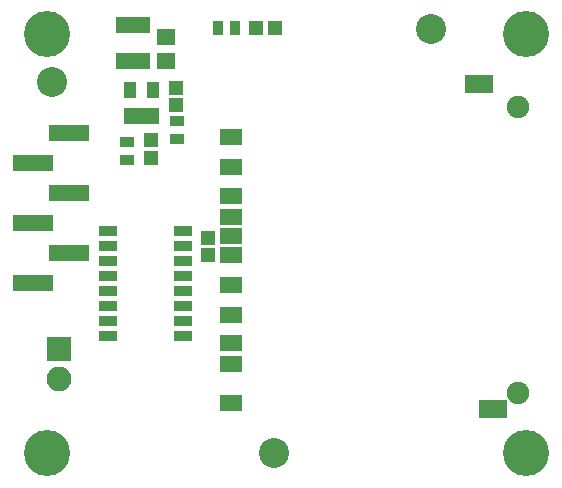
<source format=gts>
G04 #@! TF.FileFunction,Soldermask,Top*
%FSLAX46Y46*%
G04 Gerber Fmt 4.6, Leading zero omitted, Abs format (unit mm)*
G04 Created by KiCad (PCBNEW 4.0.5) date 04/10/17 16:46:25*
%MOMM*%
%LPD*%
G01*
G04 APERTURE LIST*
%ADD10C,0.100000*%
%ADD11R,1.050000X1.460000*%
%ADD12R,2.400000X1.600000*%
%ADD13R,1.900000X1.400000*%
%ADD14C,1.900000*%
%ADD15R,1.543000X0.908000*%
%ADD16C,2.540000*%
%ADD17R,1.150000X1.200000*%
%ADD18R,1.200000X1.200000*%
%ADD19R,1.300000X0.900000*%
%ADD20R,0.900000X1.300000*%
%ADD21C,3.900000*%
%ADD22R,2.900000X1.400000*%
%ADD23R,1.650000X1.400000*%
%ADD24R,2.100000X2.100000*%
%ADD25O,2.100000X2.100000*%
%ADD26R,3.400000X1.400000*%
G04 APERTURE END LIST*
D10*
D11*
X120765000Y-87667000D03*
X121715000Y-87667000D03*
X122665000Y-87667000D03*
X122665000Y-85467000D03*
X120765000Y-85467000D03*
D12*
X150300000Y-85000000D03*
D13*
X129300000Y-112000000D03*
X129300000Y-92000000D03*
X129300000Y-89500000D03*
X129300000Y-94500000D03*
X129300000Y-96200000D03*
X129300000Y-97850000D03*
X129300000Y-99500000D03*
X129300000Y-102000000D03*
X129300000Y-104500000D03*
X129300000Y-106950000D03*
X129300000Y-108650000D03*
D12*
X151500000Y-112500000D03*
D14*
X153600000Y-111100000D03*
X153600000Y-86900000D03*
D15*
X125225000Y-97405000D03*
X125225000Y-99945000D03*
X125225000Y-101215000D03*
X125225000Y-102485000D03*
X125225000Y-103755000D03*
X125225000Y-105025000D03*
X125225000Y-106295000D03*
X118875000Y-106295000D03*
X118875000Y-105025000D03*
X118875000Y-103755000D03*
X118875000Y-102485000D03*
X118875000Y-101215000D03*
X118875000Y-99945000D03*
X118875000Y-98675000D03*
X118875000Y-97405000D03*
X125225000Y-98675000D03*
D16*
X114107000Y-84795000D03*
X132900000Y-116200000D03*
D17*
X124650500Y-85292500D03*
X124650500Y-86792500D03*
X127350000Y-99500000D03*
X127350000Y-98000000D03*
D18*
X131407000Y-80264000D03*
X133007000Y-80264000D03*
D19*
X120500000Y-91381000D03*
X120500000Y-89881000D03*
X124714000Y-88150000D03*
X124714000Y-89650000D03*
D20*
X128155000Y-80264000D03*
X129655000Y-80264000D03*
D17*
X122500000Y-91250000D03*
X122500000Y-89750000D03*
D21*
X154250000Y-116250000D03*
X154250000Y-80750000D03*
X113750000Y-116250000D03*
X113750000Y-80750000D03*
D16*
X146200000Y-80300000D03*
D22*
X121000000Y-83000000D03*
X121000000Y-80000000D03*
D23*
X123825000Y-83000000D03*
X123825000Y-81000000D03*
D24*
X114742000Y-107401000D03*
D25*
X114742000Y-109941000D03*
D26*
X112567500Y-91653000D03*
X112567500Y-96733000D03*
X112567500Y-101813000D03*
X115567500Y-89113000D03*
X115567500Y-94193000D03*
X115567500Y-99273000D03*
M02*

</source>
